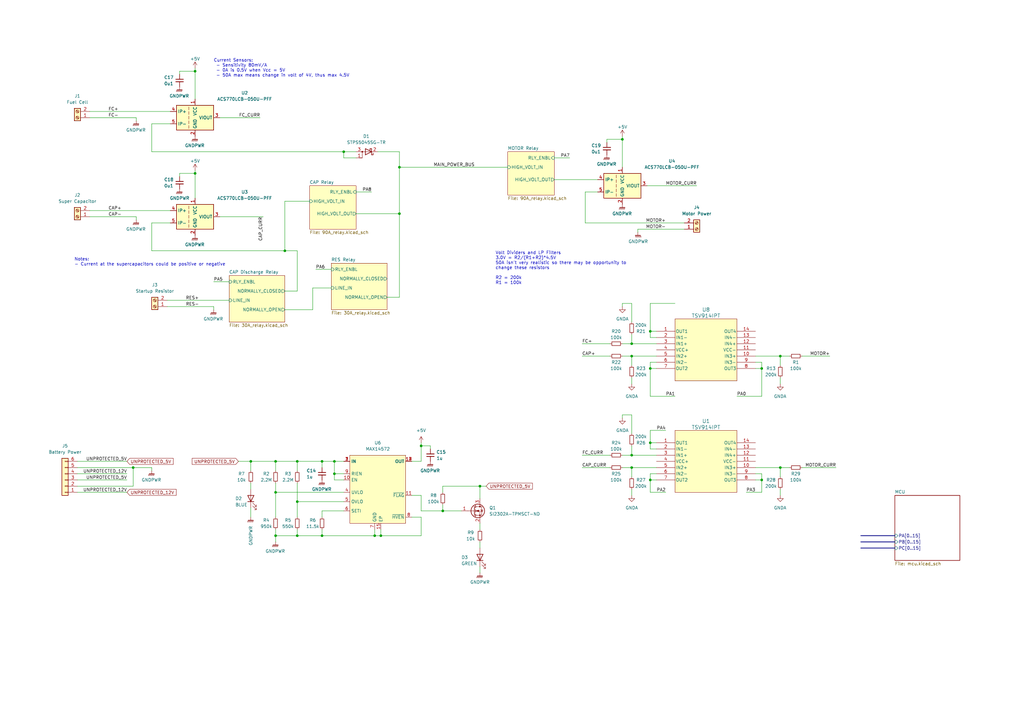
<source format=kicad_sch>
(kicad_sch (version 20230121) (generator eeschema)
  (paper "A3")
  (lib_symbols
    (symbol "Connector:Screw_Terminal_01x02" (pin_names (offset 1.016) hide)
      (property "Reference" "J" (at 0 2.54 0))
      (property "Value" "Screw_Terminal_01x02" (at 0 -5.08 0))
      (symbol "Screw_Terminal_01x02_1_1"
        (rectangle (start -1.27 1.27) (end 1.27 -3.81) (stroke (width 0.254)) (fill (type background)))
        (circle (center 0 -2.54) (radius 0.635) (stroke (width 0.1524)))
        (polyline (pts (xy -0.5334 -2.2098) (xy 0.3302 -3.048)) (stroke (width 0.1524)))
        (polyline (pts (xy -0.5334 0.3302) (xy 0.3302 -0.508)) (stroke (width 0.1524)))
        (polyline (pts (xy -0.3556 -2.032) (xy 0.508 -2.8702)) (stroke (width 0.1524)))
        (polyline (pts (xy -0.3556 0.508) (xy 0.508 -0.3302)) (stroke (width 0.1524)))
        (circle (center 0 0) (radius 0.635) (stroke (width 0.1524)))
        (pin passive line (at -5.08 0 0) (length 3.81) (name "Pin_1") (number "1"))
        (pin passive line (at -5.08 -2.54 0) (length 3.81) (name "Pin_2") (number "2"))
      )
    )
    (symbol "Connector_Generic:Conn_01x06" (pin_names (offset 1.016) hide)
      (property "Reference" "J" (at 0 7.62 0))
      (property "Value" "Conn_01x06" (at 0 -10.16 0))
      (symbol "Conn_01x06_1_1"
        (rectangle (start -1.27 -7.493) (end 0 -7.747) (stroke (width 0.1524)))
        (rectangle (start -1.27 -4.953) (end 0 -5.207) (stroke (width 0.1524)))
        (rectangle (start -1.27 -2.413) (end 0 -2.667) (stroke (width 0.1524)))
        (rectangle (start -1.27 0.127) (end 0 -0.127) (stroke (width 0.1524)))
        (rectangle (start -1.27 2.667) (end 0 2.413) (stroke (width 0.1524)))
        (rectangle (start -1.27 5.207) (end 0 4.953) (stroke (width 0.1524)))
        (rectangle (start -1.27 6.35) (end 1.27 -8.89) (stroke (width 0.254)) (fill (type background)))
        (pin passive line (at -5.08 5.08 0) (length 3.81) (name "Pin_1") (number "1"))
        (pin passive line (at -5.08 2.54 0) (length 3.81) (name "Pin_2") (number "2"))
        (pin passive line (at -5.08 0 0) (length 3.81) (name "Pin_3") (number "3"))
        (pin passive line (at -5.08 -2.54 0) (length 3.81) (name "Pin_4") (number "4"))
        (pin passive line (at -5.08 -5.08 0) (length 3.81) (name "Pin_5") (number "5"))
        (pin passive line (at -5.08 -7.62 0) (length 3.81) (name "Pin_6") (number "6"))
      )
    )
    (symbol "Device:C_Small" (pin_numbers hide) (pin_names (offset 0.254) hide)
      (property "Reference" "C" (at 0.254 1.778 0))
      (property "Value" "C_Small" (at 0.254 -2.032 0))
      (symbol "C_Small_0_1"
        (polyline (pts (xy -1.524 -0.508) (xy 1.524 -0.508)) (stroke (width 0.3302)))
        (polyline (pts (xy -1.524 0.508) (xy 1.524 0.508)) (stroke (width 0.3048)))
      )
      (symbol "C_Small_1_1"
        (pin passive line (at 0 2.54 270) (length 2.032) (name "~") (number "1"))
        (pin passive line (at 0 -2.54 90) (length 2.032) (name "~") (number "2"))
      )
    )
    (symbol "Device:D_Schottky_AKA" (pin_names (offset 0) hide)
      (property "Reference" "D" (at 0 2.54 0))
      (property "Value" "D_Schottky_AKA" (at 0 -2.54 0))
      (symbol "D_Schottky_AKA_0_1"
        (polyline (pts (xy 1.27 1.27) (xy 1.27 -1.27) (xy -1.27 0) (xy 1.27 1.27)) (stroke (width 0.254)))
        (polyline (pts (xy 3.81 2.54) (xy 2.54 2.54) (xy 2.54 0) (xy -1.27 0)))
        (polyline (pts (xy -1.905 0.635) (xy -1.905 1.27) (xy -1.27 1.27) (xy -1.27 -1.27) (xy -0.635 -1.27) (xy -0.635 -0.635)) (stroke (width 0.254)))
        (circle (center 2.54 0) (radius 0.254) (fill (type outline)))
      )
      (symbol "D_Schottky_AKA_1_1"
        (pin input line (at 5.08 2.54 180) (length 2.54) (name "A") (number "1"))
        (pin passive line (at -3.81 0 0) (length 2.54) (name "K") (number "2"))
        (pin passive line (at 5.08 0 180) (length 2.54) (name "A") (number "3"))
      )
    )
    (symbol "Device:LED" (pin_numbers hide) (pin_names (offset 1.016) hide)
      (property "Reference" "D" (at 0 2.54 0))
      (property "Value" "LED" (at 0 -2.54 0))
      (symbol "LED_0_1"
        (polyline (pts (xy -1.27 -1.27) (xy -1.27 1.27)) (stroke (width 0.254)))
        (polyline (pts (xy -1.27 0) (xy 1.27 0)))
        (polyline (pts (xy 1.27 -1.27) (xy 1.27 1.27) (xy -1.27 0) (xy 1.27 -1.27)) (stroke (width 0.254)))
        (polyline (pts (xy -3.048 -0.762) (xy -4.572 -2.286) (xy -3.81 -2.286) (xy -4.572 -2.286) (xy -4.572 -1.524)))
        (polyline (pts (xy -1.778 -0.762) (xy -3.302 -2.286) (xy -2.54 -2.286) (xy -3.302 -2.286) (xy -3.302 -1.524)))
      )
      (symbol "LED_1_1"
        (pin passive line (at -3.81 0 0) (length 2.54) (name "K") (number "1"))
        (pin passive line (at 3.81 0 180) (length 2.54) (name "A") (number "2"))
      )
    )
    (symbol "Device:Q_NMOS_GSD" (pin_names (offset 0) hide)
      (property "Reference" "Q" (at 5.08 1.27 0))
      (property "Value" "Q_NMOS_GSD" (at 5.08 -1.27 0))
      (symbol "Q_NMOS_GSD_0_1"
        (polyline (pts (xy 0.254 0) (xy -2.54 0)))
        (polyline (pts (xy 0.254 1.905) (xy 0.254 -1.905)) (stroke (width 0.254)))
        (polyline (pts (xy 0.762 -1.27) (xy 0.762 -2.286)) (stroke (width 0.254)))
        (polyline (pts (xy 0.762 0.508) (xy 0.762 -0.508)) (stroke (width 0.254)))
        (polyline (pts (xy 0.762 2.286) (xy 0.762 1.27)) (stroke (width 0.254)))
        (polyline (pts (xy 2.54 2.54) (xy 2.54 1.778)))
        (polyline (pts (xy 2.54 -2.54) (xy 2.54 0) (xy 0.762 0)))
        (polyline (pts (xy 0.762 -1.778) (xy 3.302 -1.778) (xy 3.302 1.778) (xy 0.762 1.778)))
        (polyline (pts (xy 1.016 0) (xy 2.032 0.381) (xy 2.032 -0.381) (xy 1.016 0)) (fill (type outline)))
        (polyline (pts (xy 2.794 0.508) (xy 2.921 0.381) (xy 3.683 0.381) (xy 3.81 0.254)))
        (polyline (pts (xy 3.302 0.381) (xy 2.921 -0.254) (xy 3.683 -0.254) (xy 3.302 0.381)))
        (circle (center 1.651 0) (radius 2.794) (stroke (width 0.254)))
        (circle (center 2.54 -1.778) (radius 0.254) (fill (type outline)))
        (circle (center 2.54 1.778) (radius 0.254) (fill (type outline)))
      )
      (symbol "Q_NMOS_GSD_1_1"
        (pin input line (at -5.08 0 0) (length 2.54) (name "G") (number "1"))
        (pin passive line (at 2.54 -5.08 90) (length 2.54) (name "S") (number "2"))
        (pin passive line (at 2.54 5.08 270) (length 2.54) (name "D") (number "3"))
      )
    )
    (symbol "Device:R_Small" (pin_numbers hide) (pin_names (offset 0.254) hide)
      (property "Reference" "R" (at 0.762 0.508 0))
      (property "Value" "R_Small" (at 0.762 -1.016 0))
      (symbol "R_Small_0_1"
        (rectangle (start -0.762 1.778) (end 0.762 -1.778) (stroke (width 0.2032)))
      )
      (symbol "R_Small_1_1"
        (pin passive line (at 0 2.54 270) (length 0.762) (name "~") (number "1"))
        (pin passive line (at 0 -2.54 90) (length 0.762) (name "~") (number "2"))
      )
    )
    (symbol "FCC_PARTS:MAX14572"
      (property "Reference" "U" (at -10.16 3.81 0))
      (property "Value" "MAX14572" (at -6.35 1.27 0))
      (symbol "MAX14572_1_1"
        (rectangle (start -11.43 0) (end 11.43 -27.94) (fill (type background)))
        (pin input line (at -13.97 -2.54 0) (length 2.54) (name "IN") (number "1"))
        (pin input line (at -13.97 -10.16 0) (length 2.54) (name "EN") (number "10"))
        (pin input line (at 13.97 -16.51 180) (length 2.54) (name "~{FLAG}") (number "11"))
        (pin input line (at 13.97 -2.54 180) (length 2.54) (name "OUT") (number "12"))
        (pin input line (at 13.97 -2.54 180) (length 2.54) (name "OUT") (number "13"))
        (pin input line (at 13.97 -2.54 180) (length 2.54) (name "OUT") (number "14"))
        (pin input line (at 1.27 -30.48 90) (length 2.54) (name "EP") (number "15"))
        (pin input line (at -13.97 -2.54 0) (length 2.54) (name "IN") (number "2"))
        (pin input line (at -13.97 -2.54 0) (length 2.54) (name "IN") (number "3"))
        (pin input line (at -13.97 -15.24 0) (length 2.54) (name "UVLO") (number "4"))
        (pin input line (at -13.97 -19.05 0) (length 2.54) (name "OVLO") (number "5"))
        (pin input line (at -13.97 -22.86 0) (length 2.54) (name "SETI") (number "6"))
        (pin input line (at -1.27 -30.48 90) (length 2.54) (name "GND") (number "7"))
        (pin input line (at 13.97 -25.4 180) (length 2.54) (name "~{HVEN}") (number "8"))
        (pin input line (at -13.97 -7.62 0) (length 2.54) (name "RIEN") (number "9"))
      )
    )
    (symbol "RB_PARTS:TSV914IPT" (pin_names (offset 0.254))
      (property "Reference" "U" (at 20.32 10.16 0))
      (property "Value" "TSV914IPT" (at 20.32 7.62 0))
      (symbol "TSV914IPT_0_1"
        (pin output line (at 0 0 0) (length 7.62) (name "OUT1") (number "1"))
        (pin input line (at 40.64 -10.16 180) (length 7.62) (name "IN3+") (number "10"))
        (pin power_in line (at 40.64 -7.62 180) (length 7.62) (name "VCC-") (number "11"))
        (pin input line (at 40.64 -5.08 180) (length 7.62) (name "IN4+") (number "12"))
        (pin input line (at 40.64 -2.54 180) (length 7.62) (name "IN4-") (number "13"))
        (pin output line (at 40.64 0 180) (length 7.62) (name "OUT4") (number "14"))
        (pin input line (at 0 -2.54 0) (length 7.62) (name "IN1-") (number "2"))
        (pin input line (at 0 -5.08 0) (length 7.62) (name "IN1+") (number "3"))
        (pin power_in line (at 0 -7.62 0) (length 7.62) (name "VCC+") (number "4"))
        (pin input line (at 0 -10.16 0) (length 7.62) (name "IN2+") (number "5"))
        (pin input line (at 0 -12.7 0) (length 7.62) (name "IN2-") (number "6"))
        (pin output line (at 0 -15.24 0) (length 7.62) (name "OUT2") (number "7"))
        (pin output line (at 40.64 -15.24 180) (length 7.62) (name "OUT3") (number "8"))
        (pin input line (at 40.64 -12.7 180) (length 7.62) (name "IN3-") (number "9"))
      )
      (symbol "TSV914IPT_1_1"
        (rectangle (start 7.62 5.08) (end 33.02 -20.32) (fill (type background)))
      )
    )
    (symbol "Sensor_Current:ACS770xCB-050B-PFF"
      (property "Reference" "U" (at -7.62 6.35 0))
      (property "Value" "ACS770xCB-050B-PFF" (at 2.54 6.35 0))
      (symbol "ACS770xCB-050B-PFF_0_1"
        (rectangle (start -7.62 5.08) (end 7.62 -5.08) (stroke (width 0.254)) (fill (type background)))
        (polyline (pts (xy -2.54 -3.175) (xy -2.54 -4.445)))
        (polyline (pts (xy -2.54 -1.27) (xy -2.54 -2.54)))
        (polyline (pts (xy -2.54 0.635) (xy -2.54 -0.635)))
        (polyline (pts (xy -2.54 1.27) (xy -2.54 2.54)))
        (polyline (pts (xy -2.54 3.175) (xy -2.54 4.445)))
      )
      (symbol "ACS770xCB-050B-PFF_1_1"
        (pin power_in line (at 0 7.62 270) (length 2.54) (name "VCC") (number "1"))
        (pin power_in line (at 0 -7.62 90) (length 2.54) (name "GND") (number "2"))
        (pin output line (at 10.16 0 180) (length 2.54) (name "VIOUT") (number "3"))
        (pin passive line (at -10.16 2.54 0) (length 2.54) (name "IP+") (number "4"))
        (pin passive line (at -10.16 -2.54 0) (length 2.54) (name "IP-") (number "5"))
      )
    )
    (symbol "power:+5V" (power) (pin_names (offset 0))
      (property "Value" "+5V" (at 0 3.556 0))
      (symbol "+5V_0_1"
        (polyline (pts (xy -0.762 1.27) (xy 0 2.54)))
        (polyline (pts (xy 0 0) (xy 0 2.54)))
        (polyline (pts (xy 0 2.54) (xy 0.762 1.27)))
      )
      (symbol "+5V_1_1"
        (pin power_in line (at 0 0 90) (length 0) hide (name "+5V") (number "1"))
      )
    )
    (symbol "power:GNDA" (power) (pin_names (offset 0))
      (property "Value" "GNDA" (at 0 -3.81 0))
      (symbol "GNDA_0_1"
        (polyline (pts (xy 0 0) (xy 0 -1.27) (xy 1.27 -1.27) (xy 0 -2.54) (xy -1.27 -1.27) (xy 0 -1.27)))
      )
      (symbol "GNDA_1_1"
        (pin power_in line (at 0 0 270) (length 0) hide (name "GNDA") (number "1"))
      )
    )
    (symbol "power:GNDPWR" (power) (pin_names (offset 0))
      (property "Value" "GNDPWR" (at 0 -3.302 0))
      (symbol "GNDPWR_0_1"
        (polyline (pts (xy 0 -1.27) (xy 0 0)))
        (polyline (pts (xy -1.016 -1.27) (xy -1.27 -2.032) (xy -1.27 -2.032)) (stroke (width 0.2032)))
        (polyline (pts (xy -0.508 -1.27) (xy -0.762 -2.032) (xy -0.762 -2.032)) (stroke (width 0.2032)))
        (polyline (pts (xy 0 -1.27) (xy -0.254 -2.032) (xy -0.254 -2.032)) (stroke (width 0.2032)))
        (polyline (pts (xy 0.508 -1.27) (xy 0.254 -2.032) (xy 0.254 -2.032)) (stroke (width 0.2032)))
        (polyline (pts (xy 1.016 -1.27) (xy -1.016 -1.27) (xy -1.016 -1.27)) (stroke (width 0.2032)))
        (polyline (pts (xy 1.016 -1.27) (xy 0.762 -2.032) (xy 0.762 -2.032) (xy 0.762 -2.032)) (stroke (width 0.2032)))
      )
      (symbol "GNDPWR_1_1"
        (pin power_in line (at 0 0 270) (length 0) hide (name "GNDPWR") (number "1"))
      )
    )
  )
  (junction (at 137.16 194.31))
  (junction (at 116.84 102.87))
  (junction (at 80.01 71.12))
  (junction (at 102.87 189.23))
  (junction (at 113.03 189.23))
  (junction (at 259.08 186.69))
  (junction (at 113.03 219.71))
  (junction (at 266.7 151.13))
  (junction (at 153.67 219.71))
  (junction (at 181.61 209.55))
  (junction (at 163.83 68.58))
  (junction (at 132.08 219.71))
  (junction (at 80.01 29.21))
  (junction (at 259.08 191.77))
  (junction (at 121.92 205.74))
  (junction (at 121.92 189.23))
  (junction (at 259.08 146.05))
  (junction (at 255.27 57.15))
  (junction (at 140.97 62.23))
  (junction (at 132.08 189.23))
  (junction (at 266.7 196.85))
  (junction (at 121.92 219.71))
  (junction (at 259.08 140.97))
  (junction (at 266.7 135.89))
  (junction (at 266.7 181.61))
  (junction (at 320.04 191.77))
  (junction (at 54.61 191.77))
  (junction (at 320.04 146.05))
  (junction (at 137.16 189.23))
  (junction (at 312.42 196.85))
  (junction (at 156.21 219.71))
  (junction (at 172.72 182.88))
  (junction (at 113.03 201.93))
  (junction (at 163.83 87.63))
  (junction (at 312.42 151.13))
  (junction (at 196.85 199.39))
  (wire (pts (xy 113.03 201.93) (xy 113.03 212.09)))
  (wire (pts (xy 320.04 146.05) (xy 320.04 149.86)))
  (wire (pts (xy 146.05 64.77) (xy 140.97 64.77)))
  (wire (pts (xy 172.72 203.2) (xy 172.72 209.55)))
  (wire (pts (xy 68.58 123.19) (xy 93.98 123.19)))
  (wire (pts (xy 137.16 189.23) (xy 137.16 194.31)))
  (wire (pts (xy 87.63 115.57) (xy 93.98 115.57)))
  (wire (pts (xy 259.08 157.48) (xy 259.08 154.94)))
  (wire (pts (xy 238.76 186.69) (xy 250.19 186.69)))
  (wire (pts (xy 312.42 162.56) (xy 302.26 162.56)))
  (wire (pts (xy 36.83 88.9) (xy 55.88 88.9)))
  (wire (pts (xy 62.23 102.87) (xy 116.84 102.87)))
  (wire (pts (xy 73.66 72.39) (xy 73.66 71.12)))
  (wire (pts (xy 238.76 146.05) (xy 250.19 146.05)))
  (wire (pts (xy 259.08 124.46) (xy 259.08 132.08)))
  (wire (pts (xy 266.7 181.61) (xy 266.7 184.15)))
  (wire (pts (xy 259.08 186.69) (xy 259.08 182.88)))
  (wire (pts (xy 196.85 232.41) (xy 196.85 234.95)))
  (wire (pts (xy 113.03 189.23) (xy 121.92 189.23)))
  (wire (pts (xy 116.84 82.55) (xy 127 82.55)))
  (wire (pts (xy 255.27 140.97) (xy 259.08 140.97)))
  (wire (pts (xy 140.97 62.23) (xy 146.05 62.23)))
  (wire (pts (xy 259.08 140.97) (xy 269.24 140.97)))
  (wire (pts (xy 54.61 191.77) (xy 62.23 191.77)))
  (wire (pts (xy 312.42 201.93) (xy 306.07 201.93)))
  (wire (pts (xy 266.7 196.85) (xy 266.7 201.93)))
  (wire (pts (xy 269.24 148.59) (xy 266.7 148.59)))
  (wire (pts (xy 132.08 189.23) (xy 137.16 189.23)))
  (wire (pts (xy 269.24 181.61) (xy 266.7 181.61)))
  (wire (pts (xy 116.84 127) (xy 128.27 127)))
  (wire (pts (xy 80.01 27.94) (xy 80.01 29.21)))
  (wire (pts (xy 312.42 196.85) (xy 312.42 201.93)))
  (wire (pts (xy 196.85 199.39) (xy 199.39 199.39)))
  (wire (pts (xy 309.88 151.13) (xy 312.42 151.13)))
  (wire (pts (xy 102.87 189.23) (xy 113.03 189.23)))
  (wire (pts (xy 31.75 201.93) (xy 52.07 201.93)))
  (wire (pts (xy 97.79 189.23) (xy 102.87 189.23)))
  (wire (pts (xy 181.61 199.39) (xy 196.85 199.39)))
  (wire (pts (xy 128.27 118.11) (xy 135.89 118.11)))
  (wire (pts (xy 132.08 209.55) (xy 140.97 209.55)))
  (wire (pts (xy 102.87 198.12) (xy 102.87 200.66)))
  (wire (pts (xy 269.24 184.15) (xy 266.7 184.15)))
  (wire (pts (xy 163.83 68.58) (xy 163.83 87.63)))
  (wire (pts (xy 113.03 198.12) (xy 113.03 201.93)))
  (wire (pts (xy 31.75 191.77) (xy 54.61 191.77)))
  (wire (pts (xy 181.61 199.39) (xy 181.61 201.93)))
  (wire (pts (xy 31.75 194.31) (xy 52.07 194.31)))
  (wire (pts (xy 146.05 87.63) (xy 163.83 87.63)))
  (wire (pts (xy 248.92 58.42) (xy 248.92 57.15)))
  (wire (pts (xy 113.03 189.23) (xy 113.03 193.04)))
  (wire (pts (xy 227.33 64.77) (xy 233.68 64.77)))
  (wire (pts (xy 255.27 124.46) (xy 255.27 125.73)))
  (wire (pts (xy 248.92 57.15) (xy 255.27 57.15)))
  (wire (pts (xy 309.88 191.77) (xy 320.04 191.77)))
  (wire (pts (xy 140.97 196.85) (xy 137.16 196.85)))
  (wire (pts (xy 116.84 82.55) (xy 116.84 102.87)))
  (wire (pts (xy 129.54 110.49) (xy 135.89 110.49)))
  (wire (pts (xy 259.08 140.97) (xy 259.08 137.16)))
  (wire (pts (xy 121.92 217.17) (xy 121.92 219.71)))
  (wire (pts (xy 172.72 181.61) (xy 172.72 182.88)))
  (wire (pts (xy 31.75 199.39) (xy 54.61 199.39)))
  (wire (pts (xy 73.66 29.21) (xy 80.01 29.21)))
  (wire (pts (xy 140.97 201.93) (xy 113.03 201.93)))
  (wire (pts (xy 181.61 209.55) (xy 181.61 207.01)))
  (wire (pts (xy 312.42 151.13) (xy 312.42 162.56)))
  (wire (pts (xy 328.93 146.05) (xy 340.36 146.05)))
  (wire (pts (xy 266.7 135.89) (xy 266.7 138.43)))
  (wire (pts (xy 309.88 196.85) (xy 312.42 196.85)))
  (wire (pts (xy 80.01 71.12) (xy 80.01 81.28)))
  (wire (pts (xy 90.17 48.26) (xy 106.68 48.26)))
  (wire (pts (xy 90.17 88.9) (xy 107.95 88.9)))
  (wire (pts (xy 312.42 194.31) (xy 312.42 196.85)))
  (wire (pts (xy 172.72 219.71) (xy 156.21 219.71)))
  (wire (pts (xy 158.75 121.92) (xy 163.83 121.92)))
  (wire (pts (xy 80.01 69.85) (xy 80.01 71.12)))
  (wire (pts (xy 255.27 146.05) (xy 259.08 146.05)))
  (wire (pts (xy 54.61 199.39) (xy 54.61 191.77)))
  (wire (pts (xy 62.23 62.23) (xy 140.97 62.23)))
  (wire (pts (xy 36.83 45.72) (xy 69.85 45.72)))
  (wire (pts (xy 69.85 50.8) (xy 62.23 50.8)))
  (wire (pts (xy 140.97 64.77) (xy 140.97 62.23)))
  (wire (pts (xy 69.85 91.44) (xy 62.23 91.44)))
  (wire (pts (xy 168.91 189.23) (xy 172.72 189.23)))
  (bus (pts (xy 353.06 219.71) (xy 367.03 219.71)))
  (wire (pts (xy 269.24 135.89) (xy 266.7 135.89)))
  (wire (pts (xy 73.66 71.12) (xy 80.01 71.12)))
  (wire (pts (xy 323.85 191.77) (xy 320.04 191.77)))
  (wire (pts (xy 328.93 191.77) (xy 342.9 191.77)))
  (wire (pts (xy 176.53 184.15) (xy 176.53 182.88)))
  (wire (pts (xy 121.92 119.38) (xy 121.92 102.87)))
  (wire (pts (xy 121.92 189.23) (xy 132.08 189.23)))
  (wire (pts (xy 87.63 125.73) (xy 87.63 127)))
  (wire (pts (xy 320.04 191.77) (xy 320.04 195.58)))
  (wire (pts (xy 68.58 125.73) (xy 87.63 125.73)))
  (wire (pts (xy 36.83 86.36) (xy 69.85 86.36)))
  (bus (pts (xy 353.06 222.25) (xy 367.03 222.25)))
  (wire (pts (xy 156.21 217.17) (xy 156.21 219.71)))
  (wire (pts (xy 196.85 199.39) (xy 196.85 204.47)))
  (wire (pts (xy 269.24 138.43) (xy 266.7 138.43)))
  (wire (pts (xy 269.24 196.85) (xy 266.7 196.85)))
  (wire (pts (xy 266.7 181.61) (xy 266.7 176.53)))
  (wire (pts (xy 245.11 78.74) (xy 240.03 78.74)))
  (wire (pts (xy 255.27 124.46) (xy 259.08 124.46)))
  (wire (pts (xy 121.92 219.71) (xy 113.03 219.71)))
  (wire (pts (xy 266.7 124.46) (xy 276.86 124.46)))
  (wire (pts (xy 255.27 57.15) (xy 255.27 68.58)))
  (wire (pts (xy 259.08 146.05) (xy 269.24 146.05)))
  (wire (pts (xy 163.83 62.23) (xy 163.83 68.58)))
  (wire (pts (xy 55.88 48.26) (xy 55.88 49.53)))
  (wire (pts (xy 261.62 93.98) (xy 261.62 95.25)))
  (wire (pts (xy 163.83 68.58) (xy 208.28 68.58)))
  (wire (pts (xy 323.85 146.05) (xy 320.04 146.05)))
  (wire (pts (xy 132.08 191.77) (xy 132.08 189.23)))
  (wire (pts (xy 240.03 78.74) (xy 240.03 91.44)))
  (wire (pts (xy 168.91 212.09) (xy 172.72 212.09)))
  (wire (pts (xy 137.16 194.31) (xy 140.97 194.31)))
  (wire (pts (xy 163.83 87.63) (xy 163.83 121.92)))
  (wire (pts (xy 137.16 194.31) (xy 137.16 196.85)))
  (wire (pts (xy 172.72 212.09) (xy 172.72 219.71)))
  (wire (pts (xy 116.84 119.38) (xy 121.92 119.38)))
  (wire (pts (xy 121.92 198.12) (xy 121.92 205.74)))
  (wire (pts (xy 266.7 194.31) (xy 266.7 196.85)))
  (wire (pts (xy 102.87 189.23) (xy 102.87 193.04)))
  (wire (pts (xy 172.72 182.88) (xy 172.72 189.23)))
  (wire (pts (xy 259.08 170.18) (xy 259.08 177.8)))
  (wire (pts (xy 196.85 214.63) (xy 196.85 217.17)))
  (wire (pts (xy 73.66 30.48) (xy 73.66 29.21)))
  (wire (pts (xy 172.72 209.55) (xy 181.61 209.55)))
  (wire (pts (xy 146.05 78.74) (xy 152.4 78.74)))
  (wire (pts (xy 62.23 191.77) (xy 62.23 193.04)))
  (wire (pts (xy 240.03 91.44) (xy 280.67 91.44)))
  (wire (pts (xy 121.92 189.23) (xy 121.92 193.04)))
  (wire (pts (xy 259.08 203.2) (xy 259.08 200.66)))
  (wire (pts (xy 266.7 148.59) (xy 266.7 151.13)))
  (bus (pts (xy 353.06 224.79) (xy 367.03 224.79)))
  (wire (pts (xy 156.21 219.71) (xy 153.67 219.71)))
  (wire (pts (xy 128.27 127) (xy 128.27 118.11)))
  (wire (pts (xy 62.23 91.44) (xy 62.23 102.87)))
  (wire (pts (xy 113.03 217.17) (xy 113.03 219.71)))
  (wire (pts (xy 172.72 182.88) (xy 176.53 182.88)))
  (wire (pts (xy 80.01 29.21) (xy 80.01 40.64)))
  (wire (pts (xy 259.08 146.05) (xy 259.08 149.86)))
  (wire (pts (xy 196.85 222.25) (xy 196.85 224.79)))
  (wire (pts (xy 269.24 194.31) (xy 266.7 194.31)))
  (wire (pts (xy 36.83 48.26) (xy 55.88 48.26)))
  (wire (pts (xy 113.03 219.71) (xy 113.03 222.25)))
  (wire (pts (xy 266.7 151.13) (xy 266.7 162.56)))
  (wire (pts (xy 116.84 102.87) (xy 121.92 102.87)))
  (wire (pts (xy 255.27 186.69) (xy 259.08 186.69)))
  (wire (pts (xy 62.23 50.8) (xy 62.23 62.23)))
  (wire (pts (xy 154.94 62.23) (xy 163.83 62.23)))
  (wire (pts (xy 227.33 73.66) (xy 245.11 73.66)))
  (wire (pts (xy 266.7 162.56) (xy 276.86 162.56)))
  (wire (pts (xy 102.87 208.28) (xy 102.87 212.09)))
  (wire (pts (xy 309.88 148.59) (xy 312.42 148.59)))
  (wire (pts (xy 121.92 205.74) (xy 140.97 205.74)))
  (wire (pts (xy 259.08 186.69) (xy 269.24 186.69)))
  (wire (pts (xy 266.7 201.93) (xy 273.05 201.93)))
  (wire (pts (xy 309.88 146.05) (xy 320.04 146.05)))
  (wire (pts (xy 266.7 176.53) (xy 273.05 176.53)))
  (wire (pts (xy 259.08 191.77) (xy 269.24 191.77)))
  (wire (pts (xy 266.7 135.89) (xy 266.7 124.46)))
  (wire (pts (xy 259.08 191.77) (xy 259.08 195.58)))
  (wire (pts (xy 132.08 212.09) (xy 132.08 209.55)))
  (wire (pts (xy 140.97 189.23) (xy 137.16 189.23)))
  (wire (pts (xy 181.61 209.55) (xy 189.23 209.55)))
  (wire (pts (xy 132.08 219.71) (xy 121.92 219.71)))
  (wire (pts (xy 265.43 76.2) (xy 285.75 76.2)))
  (wire (pts (xy 31.75 196.85) (xy 52.07 196.85)))
  (wire (pts (xy 31.75 189.23) (xy 52.07 189.23)))
  (wire (pts (xy 255.27 55.88) (xy 255.27 57.15)))
  (wire (pts (xy 121.92 212.09) (xy 121.92 205.74)))
  (wire (pts (xy 153.67 217.17) (xy 153.67 219.71)))
  (wire (pts (xy 320.04 157.48) (xy 320.04 154.94)))
  (wire (pts (xy 132.08 217.17) (xy 132.08 219.71)))
  (wire (pts (xy 238.76 140.97) (xy 250.19 140.97)))
  (wire (pts (xy 255.27 191.77) (xy 259.08 191.77)))
  (wire (pts (xy 309.88 194.31) (xy 312.42 194.31)))
  (wire (pts (xy 55.88 88.9) (xy 55.88 90.17)))
  (wire (pts (xy 238.76 191.77) (xy 250.19 191.77)))
  (wire (pts (xy 320.04 203.2) (xy 320.04 200.66)))
  (wire (pts (xy 153.67 219.71) (xy 132.08 219.71)))
  (wire (pts (xy 255.27 170.18) (xy 259.08 170.18)))
  (wire (pts (xy 269.24 151.13) (xy 266.7 151.13)))
  (wire (pts (xy 312.42 148.59) (xy 312.42 151.13)))
  (wire (pts (xy 255.27 170.18) (xy 255.27 171.45)))
  (wire (pts (xy 168.91 203.2) (xy 172.72 203.2)))
  (wire (pts (xy 280.67 93.98) (xy 261.62 93.98)))
  (text "Volt Dividers and LP Filters\n3.0V = R2/(R1+R2)*4.5V\n50A isn't very realistic so there may be opportunity to\nchange these resistors\n\nR2 = 200k\nR1 = 100k" (at 203.2 116.84 0) (effects (font (size 1.27 1.27)) (justify left bottom)))
  (text "Notes:\n- Current at the supercapacitors could be positive or negative" (at 30.48 109.22 0) (effects (font (size 1.27 1.27)) (justify left bottom)))
  (text "Current Sensors:\n - Sensitivity 80mV/A\n - 0A is 0.5V when Vcc = 5V\n - 50A max means change in volt of 4V, thus max 4.5V" (at 87.63 31.75 0) (effects (font (size 1.27 1.27)) (justify left bottom)))
  (label "FC+" (at 238.76 140.97 0))
  (label "FC_CURR" (at 238.76 186.69 0))
  (label "PA2" (at 273.05 201.93 180))
  (label "PA7" (at 233.68 64.77 180))
  (label "PA3" (at 306.07 201.93 0))
  (label "FC-" (at 44.45 48.26 0))
  (label "CAP+" (at 238.76 146.05 0))
  (label "RES+" (at 76.2 123.19 0))
  (label "PA0" (at 302.26 162.56 0))
  (label "MOTOR_CURR" (at 342.9 191.77 180))
  (label "UNPROTECTED_5V" (at 52.07 189.23 180))
  (label "PA8" (at 152.4 78.74 180))
  (label "CAP-" (at 44.45 88.9 0))
  (label "MOTOR-" (at 273.05 93.98 180))
  (label "RES-" (at 76.2 125.73 0))
  (label "PA6" (at 129.54 110.49 0))
  (label "PA4" (at 273.05 176.53 180))
  (label "MOTOR_CURR" (at 285.75 76.2 180))
  (label "UNPROTECTED_5V" (at 52.07 196.85 180))
  (label "UNPROTECTED_12V" (at 52.07 194.31 180))
  (label "CAP_CURR" (at 238.76 191.77 0))
  (label "MOTOR+" (at 273.05 91.44 180))
  (label "MOTOR+" (at 340.36 146.05 180))
  (label "PA5" (at 87.63 115.57 0))
  (label "UNPROTECTED_12V" (at 52.07 201.93 180))
  (label "MAIN_POWER_BUS" (at 177.8 68.58 0))
  (label "CAP+" (at 44.45 86.36 0))
  (label "CAP_CURR" (at 107.95 88.9 270))
  (label "FC_CURR" (at 106.68 48.26 180))
  (label "PA1" (at 276.86 162.56 180))
  (label "FC+" (at 44.45 45.72 0))
  (global_label "UNPROTECTED_5V" (shape input) (at 199.39 199.39 0) (property "Intersheetrefs" "${INTERSHEET_REFS}" (effects hide)))
  (global_label "UNPROTECTED_5V" (shape input) (at 52.07 189.23 0) (property "Intersheetrefs" "${INTERSHEET_REFS}" (effects hide)))
  (global_label "UNPROTECTED_12V" (shape input) (at 52.07 201.93 0) (property "Intersheetrefs" "${INTERSHEET_REFS}" (effects hide)))
  (global_label "UNPROTECTED_5V" (shape input) (at 97.79 189.23 180) (property "Intersheetrefs" "${INTERSHEET_REFS}" (effects hide)))
  (symbol (lib_id "Device:R_Small") (at 113.03 214.63 180) (unit 1)
    (property "Reference" "R4" (at 109.22 213.36 0))
    (property "Value" "950k" (at 109.22 215.9 0))
  )
  (symbol (lib_id "Connector:Screw_Terminal_01x02") (at 31.75 88.9 180) (unit 1)
    (property "Reference" "J2" (at 31.75 80.01 0))
    (property "Value" "Super Capacitor" (at 31.75 82.55 0))
  )
  (symbol (lib_id "Sensor_Current:ACS770xCB-050B-PFF") (at 80.01 48.26 0) (unit 1)
    (property "Reference" "U2" (at 100.33 38.1 0))
    (property "Value" "ACS770LCB-050U-PFF" (at 100.33 40.64 0))
    (property "Footprint" "Sensor_Current:Allegro_CB_PFF" (effects hide))
    (property "Datasheet" "https://www.allegromicro.com/~/media/Files/Datasheets/ACS770-Datasheet.ashx" (effects hide))
  )
  (symbol (lib_id "Device:LED") (at 196.85 228.6 90) (unit 1)
    (property "Reference" "D3" (at 189.23 228.6 90) (effects (justify right)))
    (property "Value" "GREEN" (at 189.23 231.14 90) (effects (justify right)))
  )
  (symbol (lib_id "Device:R_Small") (at 326.39 146.05 90) (unit 1)
    (property "Reference" "R1" (at 326.39 148.59 90))
    (property "Value" "100k" (at 326.39 151.13 90))
  )
  (symbol (lib_id "RB_PARTS:TSV914IPT") (at 269.24 135.89 0) (unit 1)
    (property "Reference" "U8" (at 289.56 127 0) (effects (font (size 1.524 1.524))))
    (property "Value" "TSV914IPT" (at 289.56 129.54 0) (effects (font (size 1.524 1.524))))
    (property "Footprint" "Package_SO:TSSOP-14_4.4x5mm_P0.65mm" (effects hide))
    (property "Datasheet" "https://www.st.com/content/ccc/resource/technical/document/datasheet/68/e5/70/49/1a/0d/47/dd/CD00127596.pdf/files/CD00127596.pdf/jcr:content/translations/en.CD00127596.pdf" (effects hide))
  )
  (symbol (lib_id "power:GNDA") (at 320.04 157.48 0) (unit 1)
    (property "Reference" "#PWR049" (effects hide))
    (property "Value" "GNDA" (at 322.58 162.56 0) (effects (justify right)))
  )
  (symbol (lib_id "power:+5V") (at 80.01 69.85 0) (unit 1)
    (property "Reference" "#PWR016" (effects hide))
    (property "Value" "+5V" (at 80.01 66.04 0))
  )
  (symbol (lib_id "Device:R_Small") (at 326.39 191.77 90) (unit 1)
    (property "Reference" "R29" (at 326.39 194.31 90))
    (property "Value" "100k" (at 326.39 196.85 90))
  )
  (symbol (lib_id "Sensor_Current:ACS770xCB-050B-PFF") (at 255.27 76.2 0) (unit 1)
    (property "Reference" "U4" (at 275.59 66.04 0))
    (property "Value" "ACS770LCB-050U-PFF" (at 275.59 68.58 0))
    (property "Footprint" "Sensor_Current:Allegro_CB_PFF" (effects hide))
    (property "Datasheet" "https://www.allegromicro.com/~/media/Files/Datasheets/ACS770-Datasheet.ashx" (effects hide))
  )
  (symbol (lib_id "power:GNDPWR") (at 176.53 189.23 0) (unit 1)
    (property "Reference" "#PWR036" (effects hide))
    (property "Value" "GNDPWR" (at 176.403 193.04 0))
  )
  (symbol (lib_id "FCC_PARTS:MAX14572") (at 154.94 186.69 0) (unit 1)
    (property "Reference" "U6" (at 154.94 181.61 0))
    (property "Value" "MAX14572" (at 154.94 184.15 0))
    (property "Footprint" "Package_SO:TSSOP-14-1EP_4.4x5mm_P0.65mm" (effects hide))
    (property "Datasheet" "https://www.analog.com/media/en/technical-documentation/data-sheets/MAX14571-MAX14573.pdf" (effects hide))
  )
  (symbol (lib_id "Device:R_Small") (at 121.92 195.58 180) (unit 1)
    (property "Reference" "R3" (at 118.11 194.31 0))
    (property "Value" "2.2M" (at 118.11 196.85 0))
  )
  (symbol (lib_id "Device:R_Small") (at 320.04 198.12 0) (unit 1)
    (property "Reference" "R28" (at 316.23 196.85 0))
    (property "Value" "200k" (at 316.23 199.39 0))
  )
  (symbol (lib_id "Device:R_Small") (at 252.73 186.69 270) (unit 1)
    (property "Reference" "R24" (at 252.73 181.61 90))
    (property "Value" "100k" (at 252.73 184.15 90))
  )
  (symbol (lib_id "Connector:Screw_Terminal_01x02") (at 31.75 48.26 180) (unit 1)
    (property "Reference" "J1" (at 31.75 39.37 0))
    (property "Value" "Fuel Cell" (at 31.75 41.91 0))
  )
  (symbol (lib_id "Device:LED") (at 102.87 204.47 90) (unit 1)
    (property "Reference" "D2" (at 96.52 204.47 90) (effects (justify right)))
    (property "Value" "BLUE" (at 96.52 207.01 90) (effects (justify right)))
  )
  (symbol (lib_id "power:GNDPWR") (at 102.87 212.09 0) (unit 1)
    (property "Reference" "#PWR033" (effects hide))
    (property "Value" "GNDPWR" (at 102.87 219.71 90))
  )
  (symbol (lib_id "Device:R_Small") (at 252.73 140.97 270) (unit 1)
    (property "Reference" "R20" (at 252.73 135.89 90))
    (property "Value" "100k" (at 252.73 138.43 90))
  )
  (symbol (lib_id "Device:R_Small") (at 259.08 180.34 180) (unit 1)
    (property "Reference" "R26" (at 262.89 181.61 0))
    (property "Value" "200k" (at 262.89 179.07 0))
  )
  (symbol (lib_id "Device:C_Small") (at 73.66 33.02 0) (unit 1)
    (property "Reference" "C17" (at 67.31 31.75 0) (effects (justify left)))
    (property "Value" "0u1" (at 67.31 34.29 0) (effects (justify left)))
  )
  (symbol (lib_id "power:GNDA") (at 255.27 125.73 0) (unit 1)
    (property "Reference" "#PWR047" (effects hide))
    (property "Value" "GNDA" (at 255.27 130.81 0))
  )
  (symbol (lib_id "power:GNDPWR") (at 62.23 193.04 0) (unit 1)
    (property "Reference" "#PWR05" (effects hide))
    (property "Value" "GNDPWR" (at 62.103 196.85 0))
  )
  (symbol (lib_id "Device:C_Small") (at 132.08 194.31 0) (unit 1)
    (property "Reference" "C14" (at 125.73 193.04 0) (effects (justify left)))
    (property "Value" "1u" (at 125.73 195.58 0) (effects (justify left)))
  )
  (symbol (lib_id "Device:R_Small") (at 181.61 204.47 180) (unit 1)
    (property "Reference" "R8" (at 177.8 203.2 0))
    (property "Value" "100k" (at 177.8 205.74 0))
  )
  (symbol (lib_id "power:GNDPWR") (at 261.62 95.25 0) (mirror y) (unit 1)
    (property "Reference" "#PWR04" (effects hide))
    (property "Value" "GNDPWR" (at 261.747 99.06 0))
  )
  (symbol (lib_id "Device:R_Small") (at 113.03 195.58 180) (unit 1)
    (property "Reference" "R2" (at 109.22 194.31 0))
    (property "Value" "2.2M" (at 109.22 196.85 0))
  )
  (symbol (lib_id "Device:R_Small") (at 259.08 134.62 180) (unit 1)
    (property "Reference" "R21" (at 262.89 135.89 0))
    (property "Value" "200k" (at 262.89 133.35 0))
  )
  (symbol (lib_id "Device:R_Small") (at 196.85 219.71 180) (unit 1)
    (property "Reference" "R9" (at 193.04 218.44 0))
    (property "Value" "10k" (at 193.04 220.98 0))
  )
  (symbol (lib_id "Device:R_Small") (at 259.08 198.12 0) (mirror y) (unit 1)
    (property "Reference" "R27" (at 262.89 196.85 0))
    (property "Value" "200k" (at 262.89 199.39 0))
  )
  (symbol (lib_id "Device:R_Small") (at 132.08 214.63 180) (unit 1)
    (property "Reference" "R6" (at 128.27 213.36 0))
    (property "Value" "11.5k" (at 128.27 215.9 0))
  )
  (symbol (lib_id "Device:R_Small") (at 252.73 146.05 270) (mirror x) (unit 1)
    (property "Reference" "R22" (at 252.73 148.59 90))
    (property "Value" "100k" (at 252.73 151.13 90))
  )
  (symbol (lib_id "Sensor_Current:ACS770xCB-050B-PFF") (at 80.01 88.9 0) (unit 1)
    (property "Reference" "U3" (at 100.33 78.74 0))
    (property "Value" "ACS770LCB-050U-PFF" (at 100.33 81.28 0))
    (property "Footprint" "Sensor_Current:Allegro_CB_PFF" (effects hide))
    (property "Datasheet" "https://www.allegromicro.com/~/media/Files/Datasheets/ACS770-Datasheet.ashx" (effects hide))
  )
  (symbol (lib_id "power:GNDPWR") (at 87.63 127 0) (unit 1)
    (property "Reference" "#PWR03" (effects hide))
    (property "Value" "GNDPWR" (at 87.503 130.81 0))
  )
  (symbol (lib_id "RB_PARTS:TSV914IPT") (at 269.24 181.61 0) (unit 1)
    (property "Reference" "U1" (at 289.56 172.72 0) (effects (font (size 1.524 1.524))))
    (property "Value" "TSV914IPT" (at 289.56 175.26 0) (effects (font (size 1.524 1.524))))
    (property "Footprint" "Package_SO:TSSOP-14_4.4x5mm_P0.65mm" (effects hide))
    (property "Datasheet" "https://www.st.com/content/ccc/resource/technical/document/datasheet/68/e5/70/49/1a/0d/47/dd/CD00127596.pdf/files/CD00127596.pdf/jcr:content/translations/en.CD00127596.pdf" (effects hide))
  )
  (symbol (lib_id "Device:R_Small") (at 121.92 214.63 180) (unit 1)
    (property "Reference" "R5" (at 118.11 213.36 0))
    (property "Value" "550k" (at 118.11 215.9 0))
  )
  (symbol (lib_id "power:GNDPWR") (at 113.03 222.25 0) (unit 1)
    (property "Reference" "#PWR032" (effects hide))
    (property "Value" "GNDPWR" (at 112.903 226.06 0))
  )
  (symbol (lib_id "power:GNDPWR") (at 80.01 96.52 0) (unit 1)
    (property "Reference" "#PWR015" (effects hide))
    (property "Value" "GNDPWR" (at 79.883 100.33 0))
  )
  (symbol (lib_id "Connector_Generic:Conn_01x06") (at 26.67 196.85 180) (unit 1)
    (property "Reference" "J5" (at 26.67 182.88 0))
    (property "Value" "Battery Power" (at 26.67 185.42 0))
    (property "Footprint" "Connector_Molex:Molex_Micro-Fit_3.0_43045-0612_2x03_P3.00mm_Vertical" (effects hide))
  )
  (symbol (lib_id "power:GNDA") (at 255.27 171.45 0) (unit 1)
    (property "Reference" "#PWR050" (effects hide))
    (property "Value" "GNDA" (at 255.27 176.53 0))
  )
  (symbol (lib_id "power:GNDPWR") (at 55.88 90.17 0) (unit 1)
    (property "Reference" "#PWR02" (effects hide))
    (property "Value" "GNDPWR" (at 55.753 93.98 0))
  )
  (symbol (lib_id "Device:R_Small") (at 102.87 195.58 180) (unit 1)
    (property "Reference" "R7" (at 99.06 194.31 0))
    (property "Value" "10k" (at 99.06 196.85 0))
  )
  (symbol (lib_id "power:GNDPWR") (at 73.66 77.47 0) (unit 1)
    (property "Reference" "#PWR043" (effects hide))
    (property "Value" "GNDPWR" (at 73.66 81.28 0))
  )
  (symbol (lib_id "Connector:Screw_Terminal_01x02") (at 285.75 93.98 0) (mirror x) (unit 1)
    (property "Reference" "J4" (at 285.75 85.09 0))
    (property "Value" "Motor Power" (at 285.75 87.63 0))
  )
  (symbol (lib_id "power:GNDPWR") (at 255.27 83.82 0) (unit 1)
    (property "Reference" "#PWR019" (effects hide))
    (property "Value" "GNDPWR" (at 255.143 87.63 0))
  )
  (symbol (lib_id "Device:C_Small") (at 248.92 60.96 0) (unit 1)
    (property "Reference" "C19" (at 242.57 59.69 0) (effects (justify left)))
    (property "Value" "0u1" (at 242.57 62.23 0) (effects (justify left)))
  )
  (symbol (lib_id "power:GNDA") (at 320.04 203.2 0) (unit 1)
    (property "Reference" "#PWR052" (effects hide))
    (property "Value" "GNDA" (at 322.58 208.28 0) (effects (justify right)))
  )
  (symbol (lib_id "Device:R_Small") (at 320.04 152.4 0) (unit 1)
    (property "Reference" "R13" (at 316.23 151.13 0))
    (property "Value" "200k" (at 316.23 153.67 0))
  )
  (symbol (lib_id "Connector:Screw_Terminal_01x02") (at 63.5 125.73 180) (unit 1)
    (property "Reference" "J3" (at 63.5 116.84 0))
    (property "Value" "Startup Resistor" (at 63.5 119.38 0))
  )
  (symbol (lib_id "power:GNDPWR") (at 248.92 63.5 0) (unit 1)
    (property "Reference" "#PWR044" (effects hide))
    (property "Value" "GNDPWR" (at 248.793 67.31 0))
  )
  (symbol (lib_id "power:GNDPWR") (at 80.01 55.88 0) (unit 1)
    (property "Reference" "#PWR014" (effects hide))
    (property "Value" "GNDPWR" (at 79.883 59.69 0))
  )
  (symbol (lib_id "Device:R_Small") (at 259.08 152.4 0) (mirror y) (unit 1)
    (property "Reference" "R23" (at 262.89 151.13 0))
    (property "Value" "200k" (at 262.89 153.67 0))
  )
  (symbol (lib_id "power:+5V") (at 80.01 27.94 0) (unit 1)
    (property "Reference" "#PWR017" (effects hide))
    (property "Value" "+5V" (at 80.01 24.13 0))
  )
  (symbol (lib_id "power:GNDA") (at 259.08 157.48 0) (mirror y) (unit 1)
    (property "Reference" "#PWR048" (effects hide))
    (property "Value" "GNDA" (at 256.54 162.56 0) (effects (justify right)))
  )
  (symbol (lib_id "power:+5V") (at 255.27 55.88 0) (unit 1)
    (property "Reference" "#PWR045" (effects hide))
    (property "Value" "+5V" (at 255.27 52.07 0))
  )
  (symbol (lib_id "power:GNDA") (at 259.08 203.2 0) (mirror y) (unit 1)
    (property "Reference" "#PWR051" (effects hide))
    (property "Value" "GNDA" (at 256.54 208.28 0) (effects (justify right)))
  )
  (symbol (lib_id "power:GNDPWR") (at 196.85 234.95 0) (unit 1)
    (property "Reference" "#PWR037" (effects hide))
    (property "Value" "GNDPWR" (at 196.85 238.76 0))
  )
  (symbol (lib_id "power:+5V") (at 172.72 181.61 0) (unit 1)
    (property "Reference" "#PWR035" (effects hide))
    (property "Value" "+5V" (at 172.72 176.53 0))
  )
  (symbol (lib_id "Device:C_Small") (at 176.53 186.69 180) (unit 1)
    (property "Reference" "C15" (at 182.88 185.42 0) (effects (justify left)))
    (property "Value" "1u" (at 181.61 187.96 0) (effects (justify left)))
  )
  (symbol (lib_id "Device:R_Small") (at 252.73 191.77 270) (mirror x) (unit 1)
    (property "Reference" "R25" (at 252.73 194.31 90))
    (property "Value" "100k" (at 252.73 196.85 90))
  )
  (symbol (lib_id "power:GNDPWR") (at 55.88 49.53 0) (unit 1)
    (property "Reference" "#PWR01" (effects hide))
    (property "Value" "GNDPWR" (at 55.753 53.34 0))
  )
  (symbol (lib_id "power:GNDPWR") (at 132.08 196.85 0) (unit 1)
    (property "Reference" "#PWR034" (effects hide))
    (property "Value" "GNDPWR" (at 131.953 200.66 0))
  )
  (symbol (lib_id "power:GNDPWR") (at 73.66 35.56 0) (unit 1)
    (property "Reference" "#PWR042" (effects hide))
    (property "Value" "GNDPWR" (at 73.533 39.37 0))
  )
  (symbol (lib_id "Device:C_Small") (at 73.66 74.93 0) (unit 1)
    (property "Reference" "C18" (at 67.31 73.66 0) (effects (justify left)))
    (property "Value" "0u1" (at 67.31 76.2 0) (effects (justify left)))
  )
  (symbol (lib_id "Device:Q_NMOS_GSD") (at 194.31 209.55 0) (unit 1)
    (property "Reference" "Q1" (at 200.66 208.28 0) (effects (justify left)))
    (property "Value" "SI2302A-TPMSCT-ND" (at 200.66 210.82 0) (effects (justify left)))
    (property "Footprint" "Package_TO_SOT_SMD:SOT-23-3" (effects hide))
    (property "Datasheet" "https://www.mccsemi.com/pdf/Products/SI2302A(SOT-23).pdf" (effects hide))
  )
  (symbol (lib_id "Device:D_Schottky_AKA") (at 151.13 62.23 180) (unit 1)
    (property "Reference" "D1" (at 150.241 55.88 0))
    (property "Value" "STPS5045SG-TR" (at 150.241 58.42 0))
    (property "Footprint" "Package_TO_SOT_SMD:TO-263-2" (effects hide))
    (property "Datasheet" "https://www.st.com/content/ccc/resource/technical/document/datasheet/65/29/29/69/d0/df/47/9c/DM00049255.pdf/files/DM00049255.pdf/jcr:content/translations/en.DM00049255.pdf" (effects hide))
  )
  (sheet (at 208.28 62.23) (size 19.05 17.78) (stroke (width 0.1524)) (fill (color 255 255 194 1.0000))
    (property "Sheetname" "MOTOR Relay" (at 208.28 61.5184 0) (effects (justify left bottom)))
    (property "Sheetfile" "90A_relay.kicad_sch" (at 208.28 80.5946 0) (effects (justify left top)))
    (pin "HIGH_VOLT_IN" input (at 208.28 68.58 180))
    (pin "HIGH_VOLT_OUT" output (at 227.33 73.66 0))
    (pin "RLY_ENBL" input (at 227.33 64.77 0))
  )
  (sheet (at 93.98 113.03) (size 22.86 19.05) (stroke (width 0.1524)) (fill (color 255 255 194 1.0000))
    (property "Sheetname" "CAP Discharge Relay" (at 93.98 112.3184 0) (effects (justify left bottom)))
    (property "Sheetfile" "30A_relay.kicad_sch" (at 93.98 132.6646 0) (effects (justify left top)))
    (pin "NORMALLY_CLOSED" output (at 116.84 119.38 0))
    (pin "NORMALLY_OPEN" output (at 116.84 127 0))
    (pin "LINE_IN" input (at 93.98 123.19 180))
    (pin "RLY_ENBL" input (at 93.98 115.57 180))
  )
  (sheet (at 367.03 203.2) (size 26.67 26.67) (stroke (width 0.1524))
    (property "Sheetname" "MCU" (at 367.03 202.4884 0) (effects (justify left bottom)))
    (property "Sheetfile" "mcu.kicad_sch" (at 367.03 230.4546 0) (effects (justify left top)))
    (pin "PA[0..15]" input (at 367.03 219.71 180))
    (pin "PC[0..15]" input (at 367.03 224.79 180))
    (pin "PB[0..15]" input (at 367.03 222.25 180))
  )
  (sheet (at 127 76.2) (size 19.05 17.78) (stroke (width 0.1524)) (fill (color 255 255 194 1.0000))
    (property "Sheetname" "CAP Relay" (at 127 75.4884 0) (effects (justify left bottom)))
    (property "Sheetfile" "90A_relay.kicad_sch" (at 127 94.5646 0) (effects (justify left top)))
    (pin "HIGH_VOLT_IN" input (at 127 82.55 180))
    (pin "HIGH_VOLT_OUT" output (at 146.05 87.63 0))
    (pin "RLY_ENBL" input (at 146.05 78.74 0))
  )
  (sheet (at 135.89 107.95) (size 22.86 19.05) (stroke (width 0.1524)) (fill (color 255 255 194 1.0000))
    (property "Sheetname" "RES Relay" (at 135.89 107.2384 0) (effects (justify left bottom)))
    (property "Sheetfile" "30A_relay.kicad_sch" (at 135.89 127.5846 0) (effects (justify left top)))
    (pin "NORMALLY_CLOSED" output (at 158.75 114.3 0))
    (pin "NORMALLY_OPEN" output (at 158.75 121.92 0))
    (pin "LINE_IN" input (at 135.89 118.11 180))
    (pin "RLY_ENBL" input (at 135.89 110.49 180))
  )
)
</source>
